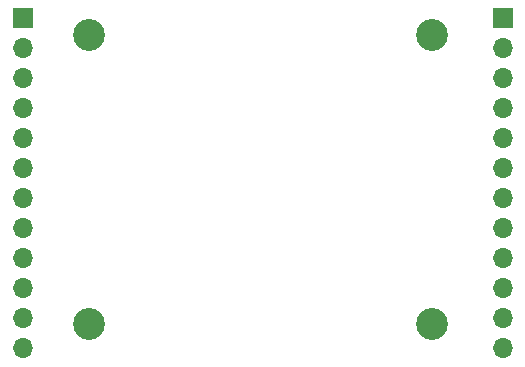
<source format=gts>
%TF.GenerationSoftware,KiCad,Pcbnew,5.1.8*%
%TF.CreationDate,2020-12-08T00:01:30+01:00*%
%TF.ProjectId,ESP8266_base_vreg,45535038-3236-4365-9f62-6173655f7672,rev?*%
%TF.SameCoordinates,Original*%
%TF.FileFunction,Soldermask,Top*%
%TF.FilePolarity,Negative*%
%FSLAX46Y46*%
G04 Gerber Fmt 4.6, Leading zero omitted, Abs format (unit mm)*
G04 Created by KiCad (PCBNEW 5.1.8) date 2020-12-08 00:01:30*
%MOMM*%
%LPD*%
G01*
G04 APERTURE LIST*
%ADD10O,1.700000X1.700000*%
%ADD11R,1.700000X1.700000*%
%ADD12C,2.700000*%
G04 APERTURE END LIST*
D10*
%TO.C,J2*%
X117602000Y-96520000D03*
X117602000Y-93980000D03*
X117602000Y-91440000D03*
X117602000Y-88900000D03*
X117602000Y-86360000D03*
X117602000Y-83820000D03*
X117602000Y-81280000D03*
X117602000Y-78740000D03*
X117602000Y-76200000D03*
X117602000Y-73660000D03*
X117602000Y-71120000D03*
D11*
X117602000Y-68580000D03*
%TD*%
D10*
%TO.C,J1*%
X158242000Y-96520000D03*
X158242000Y-93980000D03*
X158242000Y-91440000D03*
X158242000Y-88900000D03*
X158242000Y-86360000D03*
X158242000Y-83820000D03*
X158242000Y-81280000D03*
X158242000Y-78740000D03*
X158242000Y-76200000D03*
X158242000Y-73660000D03*
X158242000Y-71120000D03*
D11*
X158242000Y-68580000D03*
%TD*%
D12*
%TO.C,H4*%
X152250000Y-94500000D03*
%TD*%
%TO.C,H3*%
X152250000Y-70000000D03*
%TD*%
%TO.C,H2*%
X123250000Y-94500000D03*
%TD*%
%TO.C,H1*%
X123250000Y-70000000D03*
%TD*%
M02*

</source>
